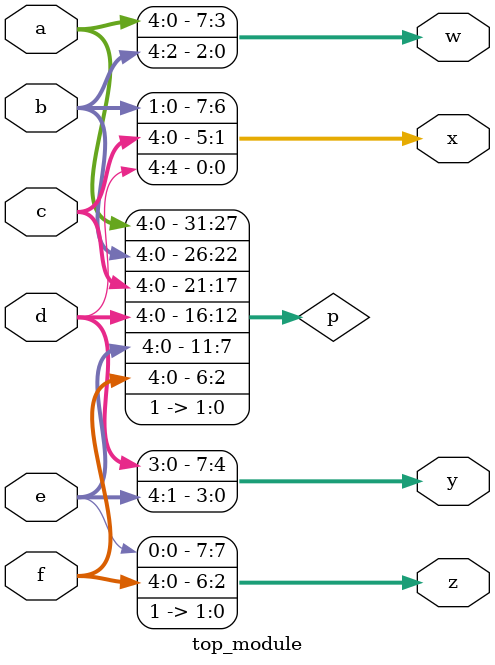
<source format=v>
module top_module (
    input [4:0] a, b, c, d, e, f,
    output [7:0] w, x, y, z );
    wire [31:0]p;
    assign p={a,b,c,d,e,f,2'b11};
    assign {w,x,y,z}=p;
endmodule

</source>
